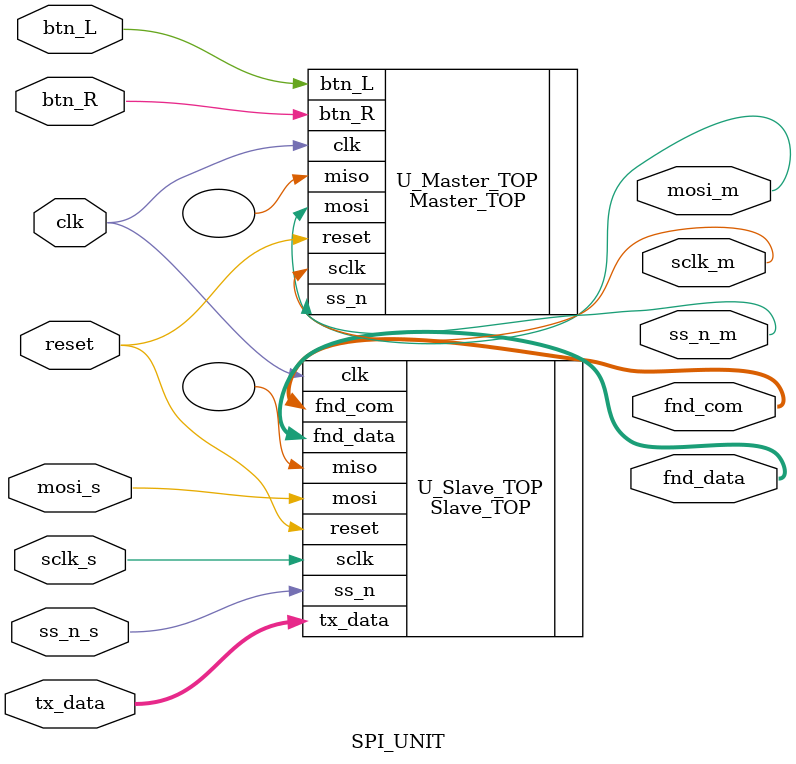
<source format=sv>
`timescale 1ns / 1ps


module SPI_UNIT(
    input  logic clk,
    input  logic reset,
    
    input logic btn_L,  // clear
    input logic btn_R,  // run/stop

    input  logic [7:0] tx_data,

    // -------------------------
    // External SPI ports
    //master
    output logic sclk_m,
    output logic mosi_m,
    output logic ss_n_m,
    
    //slave
    input logic sclk_s,
    input logic mosi_s,
    input logic ss_n_s,
    // -------------------------

    //fnd
    output logic [3:0] fnd_com,
    output logic [7:0] fnd_data

);

    
Master_TOP U_Master_TOP(
    .clk(clk),
    .reset(reset),
    .btn_L(btn_L),
    .btn_R(btn_R),
    .sclk(sclk_m),
    .mosi(mosi_m),
    .miso(),
    .ss_n(ss_n_m)
);

Slave_TOP U_Slave_TOP(
    .clk(clk),
    .reset(reset),
    .sclk(sclk_s),
    .ss_n(ss_n_s),
    .mosi(mosi_s),
    .miso(),
    .tx_data(tx_data),
    .fnd_com(fnd_com),
    .fnd_data(fnd_data)
);

endmodule

</source>
